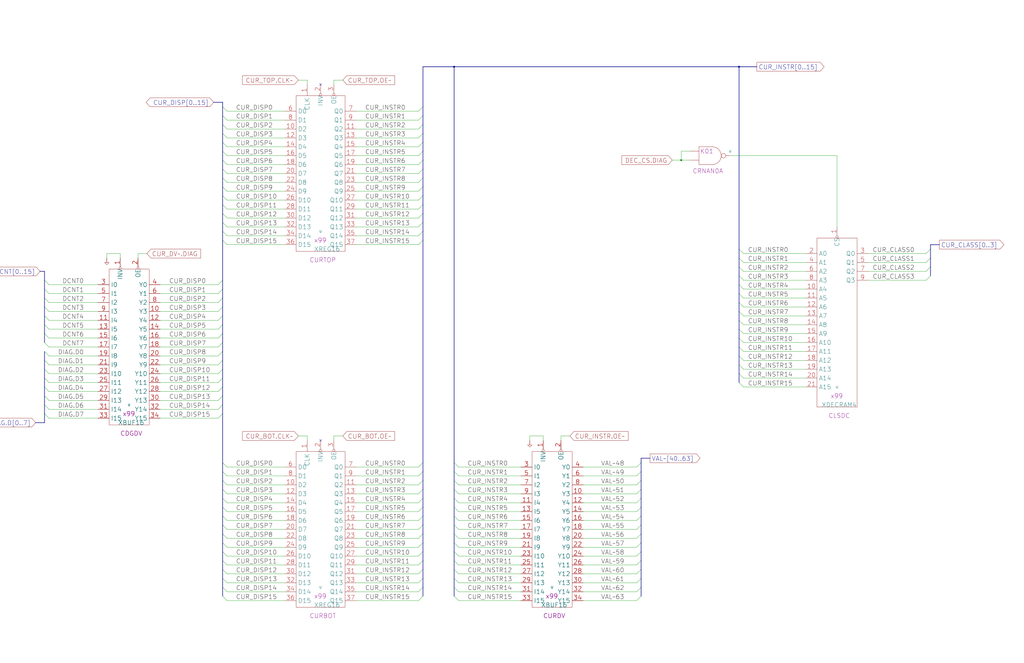
<source format=kicad_sch>
(kicad_sch (version 20220404) (generator eeschema)
  (paper "User" 584.2 378.46)
  (title_block (title "CURRENT MACRO INSTRUCTION") (date "22-MAY-90") (rev "1.0") (comment 1 "SEQUENCER") (comment 2 "232-003064") (comment 3 "S400") (comment 4 "RELEASED"))
  (lib_symbols
    (symbol "r1000:F00" (pin_numbers hide) (pin_names hide)
      (property "Reference" "U" (at 15.24 0 0))
      (property "Value" "F00" (at 1.905 -5.08 0))
      (property "Location" "___" (at 1.905 0 0))
      (property "Name" "______" (at 2.54 -12.7 0))
      (symbol "F00_0_1"
        (polyline (pts (xy -2.54 -7.62) (xy 5.08 -7.62)) (stroke (width 0.1524)))
        (polyline (pts (xy -2.54 2.54) (xy -2.54 -7.62)) (stroke (width 0.1524)))
        (polyline (pts (xy -2.54 2.54) (xy 5.08 2.54)) (stroke (width 0.1524)))
        (arc (start 5.08 -7.62) (mid 10.1282 -2.54) (end 5.08 2.54) (stroke (width 0.1524)))
        (circle (center 11.43 -2.54) (radius 1.27) (stroke (width 0.1524)))
      )
      (symbol "F00_0_2"
        (circle (center -3.81 -5.08) (radius 1.27) (stroke (width 0.1524)))
        (circle (center -3.81 0) (radius 1.27) (stroke (width 0.1524)))
        (arc (start -3.175 -7.62) (mid -2.134 -2.54) (end -3.175 2.54) (stroke (width 0.1524)))
        (polyline (pts (xy -3.175 -7.62) (xy 3.81 -7.62)) (stroke (width 0.1524)))
        (polyline (pts (xy -3.175 2.54) (xy 3.81 2.54)) (stroke (width 0.1524)))
        (arc (start 3.81 -7.62) (mid 7.5855 -5.8306) (end 10.16 -2.54) (stroke (width 0.1524)))
        (arc (start 10.16 -2.54) (mid 7.5827 0.7471) (end 3.81 2.54) (stroke (width 0.1524)))
      )
      (symbol "F00_1_1"
        (pin input line (at -7.62 0 0) (length 5.08) (name "D0") (number "1"))
        (pin input line (at -7.62 -5.08 0) (length 5.08) (name "D1") (number "2"))
        (pin output line (at 15.24 -2.54 180) (length 2.54) (name "Q") (number "3"))
      )
      (symbol "F00_1_2"
        (pin input line (at -7.62 0 0) (length 2.54) (name "D0") (number "1"))
        (pin input line (at -7.62 -5.08 0) (length 2.54) (name "D1") (number "2"))
        (pin output line (at 15.24 -2.54 180) (length 5.08) (name "Q") (number "3"))
      )
    )
    (symbol "r1000:PD" (power) (pin_numbers hide) (pin_names hide) (in_bom no)
      (symbol "PD_0_1"
        (polyline (pts (xy 0 -2.54) (xy 1.27 -2.54) (xy 0 -3.81) (xy -1.27 -2.54) (xy 0 -2.54)) (stroke (width 0.1524)))
      )
      (symbol "PD_1_1"
        (pin power_in line (at 0 0 270) (length 2.54) (name "PD") (number "1"))
      )
    )
    (symbol "r1000:XBUF16" (pin_names (offset 1.016))
      (property "Reference" "U" (at 2.54 5.08 0))
      (property "Value" "XBUF16" (at -3.81 -5.08 0))
      (property "Location" "___" (at -1.27 0 0))
      (property "Name" "______" (at 3.81 -12.7 0))
      (symbol "XBUF16_1_1"
        (rectangle (start -8.89 82.55) (end 13.97 -6.35))
        (circle (center -2.54 83.185) (radius 0.635))
        (circle (center 7.62 83.185) (radius 0.635))
        (pin input line (at -2.54 88.9 270) (length 5.08) (name "INV") (number "1"))
        (pin tri_state line (at 20.32 58.42 180) (length 6.35) (name "Y3") (number "10"))
        (pin input line (at -15.24 53.34 0) (length 6.35) (name "I4") (number "11"))
        (pin tri_state line (at 20.32 53.34 180) (length 6.35) (name "Y4") (number "12"))
        (pin input line (at -15.24 48.26 0) (length 6.35) (name "I5") (number "13"))
        (pin tri_state line (at 20.32 48.26 180) (length 6.35) (name "Y5") (number "14"))
        (pin input line (at -15.24 43.18 0) (length 6.35) (name "I6") (number "15"))
        (pin tri_state line (at 20.32 43.18 180) (length 6.35) (name "Y6") (number "16"))
        (pin input line (at -15.24 38.1 0) (length 6.35) (name "I7") (number "17"))
        (pin tri_state line (at 20.32 38.1 180) (length 6.35) (name "Y7") (number "18"))
        (pin input line (at -15.24 33.02 0) (length 6.35) (name "I8") (number "19"))
        (pin input line (at 7.62 88.9 270) (length 5.08) (name "OE") (number "2"))
        (pin tri_state line (at 20.32 33.02 180) (length 6.35) (name "Y8") (number "20"))
        (pin input line (at -15.24 27.94 0) (length 6.35) (name "I9") (number "21"))
        (pin tri_state line (at 20.32 27.94 180) (length 6.35) (name "Y9") (number "22"))
        (pin input line (at -15.24 22.86 0) (length 6.35) (name "I10") (number "23"))
        (pin tri_state line (at 20.32 22.86 180) (length 6.35) (name "Y10") (number "24"))
        (pin input line (at -15.24 17.78 0) (length 6.35) (name "I11") (number "25"))
        (pin tri_state line (at 20.32 17.78 180) (length 6.35) (name "Y11") (number "26"))
        (pin input line (at -15.24 12.7 0) (length 6.35) (name "I12") (number "27"))
        (pin tri_state line (at 20.32 12.7 180) (length 6.35) (name "Y12") (number "28"))
        (pin input line (at -15.24 7.62 0) (length 6.35) (name "I13") (number "29"))
        (pin input line (at -15.24 73.66 0) (length 6.35) (name "I0") (number "3"))
        (pin tri_state line (at 20.32 7.62 180) (length 6.35) (name "Y13") (number "30"))
        (pin input line (at -15.24 2.54 0) (length 6.35) (name "I14") (number "31"))
        (pin tri_state line (at 20.32 2.54 180) (length 6.35) (name "Y14") (number "32"))
        (pin input line (at -15.24 -2.54 0) (length 6.35) (name "I15") (number "33"))
        (pin tri_state line (at 20.32 -2.54 180) (length 6.35) (name "Y15") (number "34"))
        (pin tri_state line (at 20.32 73.66 180) (length 6.35) (name "Y0") (number "4"))
        (pin input line (at -15.24 68.58 0) (length 6.35) (name "I1") (number "5"))
        (pin tri_state line (at 20.32 68.58 180) (length 6.35) (name "Y1") (number "6"))
        (pin input line (at -15.24 63.5 0) (length 6.35) (name "I2") (number "7"))
        (pin tri_state line (at 20.32 63.5 180) (length 6.35) (name "Y2") (number "8"))
        (pin input line (at -15.24 58.42 0) (length 6.35) (name "I3") (number "9"))
      )
    )
    (symbol "r1000:XDECRAM4" (pin_names (offset 1.016))
      (property "Reference" "U" (at 2.54 5.08 0))
      (property "Value" "XDECRAM4" (at -6.35 -5.08 0))
      (property "Location" "___" (at -1.27 0 0))
      (property "Name" "______" (at 3.81 -12.7 0))
      (symbol "XDECRAM4_1_1"
        (rectangle (start -8.89 90.17) (end 13.97 -6.35))
        (circle (center 2.54 90.805) (radius 0.635))
        (pin input line (at 2.54 96.52 270) (length 5.08) (name "CS") (number "1"))
        (pin input line (at -15.24 60.96 0) (length 6.35) (name "A4") (number "10"))
        (pin input line (at -15.24 55.88 0) (length 6.35) (name "A5") (number "11"))
        (pin input line (at -15.24 50.8 0) (length 6.35) (name "A6") (number "12"))
        (pin input line (at -15.24 45.72 0) (length 6.35) (name "A7") (number "13"))
        (pin input line (at -15.24 40.64 0) (length 6.35) (name "A8") (number "14"))
        (pin input line (at -15.24 35.56 0) (length 6.35) (name "A9") (number "15"))
        (pin input line (at -15.24 30.48 0) (length 6.35) (name "A10") (number "16"))
        (pin input line (at -15.24 25.4 0) (length 6.35) (name "A11") (number "17"))
        (pin input line (at -15.24 20.32 0) (length 6.35) (name "A12") (number "18"))
        (pin input line (at -15.24 15.24 0) (length 6.35) (name "A13") (number "19"))
        (pin input line (at -15.24 81.28 0) (length 6.35) (name "A0") (number "2"))
        (pin input line (at -15.24 10.16 0) (length 6.35) (name "A14") (number "20"))
        (pin input line (at -15.24 5.08 0) (length 6.35) (name "A15") (number "21"))
        (pin output line (at 20.32 81.28 180) (length 6.35) (name "Q0") (number "3"))
        (pin input line (at -15.24 76.2 0) (length 6.35) (name "A1") (number "4"))
        (pin output line (at 20.32 76.2 180) (length 6.35) (name "Q1") (number "5"))
        (pin input line (at -15.24 71.12 0) (length 6.35) (name "A2") (number "6"))
        (pin output line (at 20.32 71.12 180) (length 6.35) (name "Q2") (number "7"))
        (pin input line (at -15.24 66.04 0) (length 6.35) (name "A3") (number "8"))
        (pin output line (at 20.32 66.04 180) (length 6.35) (name "Q3") (number "9"))
      )
    )
    (symbol "r1000:XREG16" (pin_names (offset 1.016))
      (property "Reference" "U" (at 2.54 5.08 0))
      (property "Value" "XREG16" (at -1.27 -5.08 0))
      (property "Location" "___" (at -1.27 0 0))
      (property "Name" "______" (at 3.81 -12.7 0))
      (symbol "XREG16_1_1"
        (rectangle (start -11.43 82.55) (end 16.51 -6.35))
        (circle (center 2.54 83.185) (radius 0.635))
        (circle (center 10.16 83.185) (radius 0.635))
        (pin input line (at -5.08 88.9 270) (length 6.35) (name "CLK") (number "1"))
        (pin input line (at -17.78 63.5 0) (length 6.35) (name "D2") (number "10"))
        (pin tri_state line (at 22.86 63.5 180) (length 6.35) (name "Q2") (number "11"))
        (pin input line (at -17.78 58.42 0) (length 6.35) (name "D3") (number "12"))
        (pin tri_state line (at 22.86 58.42 180) (length 6.35) (name "Q3") (number "13"))
        (pin input line (at -17.78 53.34 0) (length 6.35) (name "D4") (number "14"))
        (pin tri_state line (at 22.86 53.34 180) (length 6.35) (name "Q4") (number "15"))
        (pin input line (at -17.78 48.26 0) (length 6.35) (name "D5") (number "16"))
        (pin tri_state line (at 22.86 48.26 180) (length 6.35) (name "Q5") (number "17"))
        (pin input line (at -17.78 43.18 0) (length 6.35) (name "D6") (number "18"))
        (pin tri_state line (at 22.86 43.18 180) (length 6.35) (name "Q6") (number "19"))
        (pin input line (at 2.54 88.9 270) (length 5.08) (name "INV") (number "2"))
        (pin input line (at -17.78 38.1 0) (length 6.35) (name "D7") (number "20"))
        (pin tri_state line (at 22.86 38.1 180) (length 6.35) (name "Q7") (number "21"))
        (pin input line (at -17.78 33.02 0) (length 6.35) (name "D8") (number "22"))
        (pin tri_state line (at 22.86 33.02 180) (length 6.35) (name "Q8") (number "23"))
        (pin input line (at -17.78 27.94 0) (length 6.35) (name "D9") (number "24"))
        (pin tri_state line (at 22.86 27.94 180) (length 6.35) (name "Q9") (number "25"))
        (pin input line (at -17.78 22.86 0) (length 6.35) (name "D10") (number "26"))
        (pin tri_state line (at 22.86 22.86 180) (length 6.35) (name "Q10") (number "27"))
        (pin input line (at -17.78 17.78 0) (length 6.35) (name "D11") (number "28"))
        (pin tri_state line (at 22.86 17.78 180) (length 6.35) (name "Q11") (number "29"))
        (pin input line (at 10.16 88.9 270) (length 5.08) (name "OE") (number "3"))
        (pin input line (at -17.78 12.7 0) (length 6.35) (name "D12") (number "30"))
        (pin tri_state line (at 22.86 12.7 180) (length 6.35) (name "Q12") (number "31"))
        (pin input line (at -17.78 7.62 0) (length 6.35) (name "D13") (number "32"))
        (pin tri_state line (at 22.86 7.62 180) (length 6.35) (name "Q13") (number "33"))
        (pin input line (at -17.78 2.54 0) (length 6.35) (name "D14") (number "34"))
        (pin tri_state line (at 22.86 2.54 180) (length 6.35) (name "Q14") (number "35"))
        (pin input line (at -17.78 -2.54 0) (length 6.35) (name "D15") (number "36"))
        (pin tri_state line (at 22.86 -2.54 180) (length 6.35) (name "Q15") (number "37"))
        (pin input line (at -17.78 73.66 0) (length 6.35) (name "D0") (number "6"))
        (pin tri_state line (at 22.86 73.66 180) (length 6.35) (name "Q0") (number "7"))
        (pin input line (at -17.78 68.58 0) (length 6.35) (name "D1") (number "8"))
        (pin tri_state line (at 22.86 68.58 180) (length 6.35) (name "Q1") (number "9"))
      )
    )
  )
  (junction (at 259.08 38.1))
  (junction (at 388.62 91.44))
  (junction (at 421.64 38.1))
  (no_connect (at 182.88 48.26))
  (no_connect (at 182.88 251.46))
  (bus_entry (at 127 116.84) (size 2.54 2.54))
  (bus_entry (at 421.64 208.28) (size 2.54 2.54))
  (bus_entry (at 241.3 289.56) (size -2.54 2.54))
  (bus_entry (at 530.86 147.32) (size -2.54 2.54))
  (bus_entry (at 25.4 175.26) (size 2.54 2.54))
  (bus_entry (at 241.3 299.72) (size -2.54 2.54))
  (bus_entry (at 421.64 157.48) (size 2.54 2.54))
  (bus_entry (at 25.4 195.58) (size 2.54 2.54))
  (bus_entry (at 530.86 157.48) (size -2.54 2.54))
  (bus_entry (at 25.4 165.1) (size 2.54 2.54))
  (bus_entry (at 25.4 160.02) (size 2.54 2.54))
  (bus_entry (at 421.64 193.04) (size 2.54 2.54))
  (bus_entry (at 365.76 284.48) (size -2.54 2.54))
  (bus_entry (at 127 76.2) (size 2.54 2.54))
  (bus_entry (at 127 330.2) (size 2.54 2.54))
  (bus_entry (at 259.08 330.2) (size 2.54 2.54))
  (bus_entry (at 530.86 152.4) (size -2.54 2.54))
  (bus_entry (at 25.4 231.14) (size 2.54 2.54))
  (bus_entry (at 127 165.1) (size -2.54 2.54))
  (bus_entry (at 127 170.18) (size -2.54 2.54))
  (bus_entry (at 127 325.12) (size 2.54 2.54))
  (bus_entry (at 127 299.72) (size 2.54 2.54))
  (bus_entry (at 241.3 284.48) (size -2.54 2.54))
  (bus_entry (at 241.3 76.2) (size -2.54 2.54))
  (bus_entry (at 127 81.28) (size 2.54 2.54))
  (bus_entry (at 259.08 264.16) (size 2.54 2.54))
  (bus_entry (at 365.76 269.24) (size -2.54 2.54))
  (bus_entry (at 241.3 325.12) (size -2.54 2.54))
  (bus_entry (at 127 66.04) (size 2.54 2.54))
  (bus_entry (at 259.08 294.64) (size 2.54 2.54))
  (bus_entry (at 259.08 279.4) (size 2.54 2.54))
  (bus_entry (at 25.4 185.42) (size 2.54 2.54))
  (bus_entry (at 421.64 198.12) (size 2.54 2.54))
  (bus_entry (at 127 86.36) (size 2.54 2.54))
  (bus_entry (at 421.64 167.64) (size 2.54 2.54))
  (bus_entry (at 421.64 182.88) (size 2.54 2.54))
  (bus_entry (at 365.76 309.88) (size -2.54 2.54))
  (bus_entry (at 127 71.12) (size 2.54 2.54))
  (bus_entry (at 127 264.16) (size 2.54 2.54))
  (bus_entry (at 127 190.5) (size -2.54 2.54))
  (bus_entry (at 421.64 218.44) (size 2.54 2.54))
  (bus_entry (at 241.3 106.68) (size -2.54 2.54))
  (bus_entry (at 241.3 335.28) (size -2.54 2.54))
  (bus_entry (at 365.76 320.04) (size -2.54 2.54))
  (bus_entry (at 241.3 340.36) (size -2.54 2.54))
  (bus_entry (at 25.4 180.34) (size 2.54 2.54))
  (bus_entry (at 127 304.8) (size 2.54 2.54))
  (bus_entry (at 421.64 187.96) (size 2.54 2.54))
  (bus_entry (at 241.3 91.44) (size -2.54 2.54))
  (bus_entry (at 25.4 190.5) (size 2.54 2.54))
  (bus_entry (at 127 127) (size 2.54 2.54))
  (bus_entry (at 241.3 60.96) (size -2.54 2.54))
  (bus_entry (at 365.76 304.8) (size -2.54 2.54))
  (bus_entry (at 241.3 96.52) (size -2.54 2.54))
  (bus_entry (at 259.08 309.88) (size 2.54 2.54))
  (bus_entry (at 127 185.42) (size -2.54 2.54))
  (bus_entry (at 241.3 314.96) (size -2.54 2.54))
  (bus_entry (at 241.3 132.08) (size -2.54 2.54))
  (bus_entry (at 421.64 203.2) (size 2.54 2.54))
  (bus_entry (at 241.3 294.64) (size -2.54 2.54))
  (bus_entry (at 241.3 320.04) (size -2.54 2.54))
  (bus_entry (at 421.64 177.8) (size 2.54 2.54))
  (bus_entry (at 127 205.74) (size -2.54 2.54))
  (bus_entry (at 259.08 314.96) (size 2.54 2.54))
  (bus_entry (at 421.64 152.4) (size 2.54 2.54))
  (bus_entry (at 127 269.24) (size 2.54 2.54))
  (bus_entry (at 127 160.02) (size -2.54 2.54))
  (bus_entry (at 259.08 284.48) (size 2.54 2.54))
  (bus_entry (at 127 279.4) (size 2.54 2.54))
  (bus_entry (at 127 111.76) (size 2.54 2.54))
  (bus_entry (at 259.08 335.28) (size 2.54 2.54))
  (bus_entry (at 127 274.32) (size 2.54 2.54))
  (bus_entry (at 241.3 81.28) (size -2.54 2.54))
  (bus_entry (at 241.3 116.84) (size -2.54 2.54))
  (bus_entry (at 259.08 299.72) (size 2.54 2.54))
  (bus_entry (at 241.3 274.32) (size -2.54 2.54))
  (bus_entry (at 365.76 299.72) (size -2.54 2.54))
  (bus_entry (at 241.3 304.8) (size -2.54 2.54))
  (bus_entry (at 259.08 269.24) (size 2.54 2.54))
  (bus_entry (at 127 96.52) (size 2.54 2.54))
  (bus_entry (at 530.86 142.24) (size -2.54 2.54))
  (bus_entry (at 25.4 226.06) (size 2.54 2.54))
  (bus_entry (at 365.76 279.4) (size -2.54 2.54))
  (bus_entry (at 127 294.64) (size 2.54 2.54))
  (bus_entry (at 127 289.56) (size 2.54 2.54))
  (bus_entry (at 241.3 127) (size -2.54 2.54))
  (bus_entry (at 259.08 320.04) (size 2.54 2.54))
  (bus_entry (at 421.64 162.56) (size 2.54 2.54))
  (bus_entry (at 25.4 236.22) (size 2.54 2.54))
  (bus_entry (at 259.08 304.8) (size 2.54 2.54))
  (bus_entry (at 421.64 172.72) (size 2.54 2.54))
  (bus_entry (at 127 309.88) (size 2.54 2.54))
  (bus_entry (at 25.4 170.18) (size 2.54 2.54))
  (bus_entry (at 127 236.22) (size -2.54 2.54))
  (bus_entry (at 241.3 264.16) (size -2.54 2.54))
  (bus_entry (at 421.64 147.32) (size 2.54 2.54))
  (bus_entry (at 365.76 289.56) (size -2.54 2.54))
  (bus_entry (at 365.76 314.96) (size -2.54 2.54))
  (bus_entry (at 127 180.34) (size -2.54 2.54))
  (bus_entry (at 259.08 340.36) (size 2.54 2.54))
  (bus_entry (at 365.76 335.28) (size -2.54 2.54))
  (bus_entry (at 421.64 142.24) (size 2.54 2.54))
  (bus_entry (at 241.3 86.36) (size -2.54 2.54))
  (bus_entry (at 365.76 330.2) (size -2.54 2.54))
  (bus_entry (at 127 195.58) (size -2.54 2.54))
  (bus_entry (at 241.3 101.6) (size -2.54 2.54))
  (bus_entry (at 241.3 309.88) (size -2.54 2.54))
  (bus_entry (at 127 320.04) (size 2.54 2.54))
  (bus_entry (at 127 60.96) (size 2.54 2.54))
  (bus_entry (at 259.08 274.32) (size 2.54 2.54))
  (bus_entry (at 421.64 213.36) (size 2.54 2.54))
  (bus_entry (at 241.3 269.24) (size -2.54 2.54))
  (bus_entry (at 241.3 279.4) (size -2.54 2.54))
  (bus_entry (at 127 106.68) (size 2.54 2.54))
  (bus_entry (at 241.3 111.76) (size -2.54 2.54))
  (bus_entry (at 127 314.96) (size 2.54 2.54))
  (bus_entry (at 127 101.6) (size 2.54 2.54))
  (bus_entry (at 241.3 330.2) (size -2.54 2.54))
  (bus_entry (at 127 226.06) (size -2.54 2.54))
  (bus_entry (at 365.76 340.36) (size -2.54 2.54))
  (bus_entry (at 127 91.44) (size 2.54 2.54))
  (bus_entry (at 25.4 210.82) (size 2.54 2.54))
  (bus_entry (at 241.3 137.16) (size -2.54 2.54))
  (bus_entry (at 127 137.16) (size 2.54 2.54))
  (bus_entry (at 25.4 205.74) (size 2.54 2.54))
  (bus_entry (at 127 215.9) (size -2.54 2.54))
  (bus_entry (at 259.08 325.12) (size 2.54 2.54))
  (bus_entry (at 127 132.08) (size 2.54 2.54))
  (bus_entry (at 127 220.98) (size -2.54 2.54))
  (bus_entry (at 365.76 264.16) (size -2.54 2.54))
  (bus_entry (at 365.76 274.32) (size -2.54 2.54))
  (bus_entry (at 127 121.92) (size 2.54 2.54))
  (bus_entry (at 127 231.14) (size -2.54 2.54))
  (bus_entry (at 127 200.66) (size -2.54 2.54))
  (bus_entry (at 241.3 71.12) (size -2.54 2.54))
  (bus_entry (at 241.3 121.92) (size -2.54 2.54))
  (bus_entry (at 127 284.48) (size 2.54 2.54))
  (bus_entry (at 127 335.28) (size 2.54 2.54))
  (bus_entry (at 25.4 200.66) (size 2.54 2.54))
  (bus_entry (at 365.76 325.12) (size -2.54 2.54))
  (bus_entry (at 241.3 66.04) (size -2.54 2.54))
  (bus_entry (at 25.4 220.98) (size 2.54 2.54))
  (bus_entry (at 259.08 289.56) (size 2.54 2.54))
  (bus_entry (at 127 340.36) (size 2.54 2.54))
  (bus_entry (at 365.76 294.64) (size -2.54 2.54))
  (bus_entry (at 127 210.82) (size -2.54 2.54))
  (bus_entry (at 25.4 215.9) (size 2.54 2.54))
  (bus_entry (at 127 175.26) (size -2.54 2.54))
  (wire (pts (xy 129.54 337.82) (xy 162.56 337.82)))
  (bus (pts (xy 421.64 203.2) (xy 421.64 208.28)))
  (bus (pts (xy 127 170.18) (xy 127 175.26)))
  (bus (pts (xy 365.76 325.12) (xy 365.76 330.2)))
  (wire (pts (xy 495.3 144.78) (xy 528.32 144.78)))
  (bus (pts (xy 259.08 38.1) (xy 241.3 38.1)))
  (wire (pts (xy 124.46 203.2) (xy 91.44 203.2)))
  (wire (pts (xy 129.54 312.42) (xy 162.56 312.42)))
  (bus (pts (xy 25.4 154.94) (xy 25.4 160.02)))
  (wire (pts (xy 124.46 228.6) (xy 91.44 228.6)))
  (wire (pts (xy 203.2 266.7) (xy 238.76 266.7)))
  (wire (pts (xy 424.18 180.34) (xy 459.74 180.34)))
  (wire (pts (xy 129.54 281.94) (xy 162.56 281.94)))
  (bus (pts (xy 365.76 284.48) (xy 365.76 289.56)))
  (bus (pts (xy 25.4 190.5) (xy 25.4 195.58)))
  (wire (pts (xy 129.54 114.3) (xy 162.56 114.3)))
  (wire (pts (xy 332.74 302.26) (xy 363.22 302.26)))
  (wire (pts (xy 332.74 327.66) (xy 363.22 327.66)))
  (wire (pts (xy 297.18 322.58) (xy 261.62 322.58)))
  (wire (pts (xy 424.18 205.74) (xy 459.74 205.74)))
  (wire (pts (xy 124.46 198.12) (xy 91.44 198.12)))
  (wire (pts (xy 297.18 297.18) (xy 261.62 297.18)))
  (wire (pts (xy 332.74 287.02) (xy 363.22 287.02)))
  (wire (pts (xy 203.2 271.78) (xy 238.76 271.78)))
  (bus (pts (xy 259.08 320.04) (xy 259.08 325.12)))
  (wire (pts (xy 27.94 208.28) (xy 55.88 208.28)))
  (wire (pts (xy 129.54 342.9) (xy 162.56 342.9)))
  (wire (pts (xy 297.18 312.42) (xy 261.62 312.42)))
  (wire (pts (xy 302.26 251.46) (xy 302.26 248.92)))
  (wire (pts (xy 129.54 332.74) (xy 162.56 332.74)))
  (bus (pts (xy 241.3 294.64) (xy 241.3 299.72)))
  (wire (pts (xy 27.94 203.2) (xy 55.88 203.2)))
  (bus (pts (xy 127 58.42) (xy 127 60.96)))
  (wire (pts (xy 27.94 223.52) (xy 55.88 223.52)))
  (wire (pts (xy 203.2 104.14) (xy 238.76 104.14)))
  (bus (pts (xy 127 165.1) (xy 127 170.18)))
  (bus (pts (xy 259.08 325.12) (xy 259.08 330.2)))
  (wire (pts (xy 495.3 160.02) (xy 528.32 160.02)))
  (bus (pts (xy 259.08 269.24) (xy 259.08 274.32)))
  (bus (pts (xy 421.64 152.4) (xy 421.64 157.48)))
  (wire (pts (xy 124.46 213.36) (xy 91.44 213.36)))
  (bus (pts (xy 241.3 309.88) (xy 241.3 314.96)))
  (bus (pts (xy 127 226.06) (xy 127 231.14)))
  (wire (pts (xy 170.18 248.92) (xy 175.26 248.92)))
  (wire (pts (xy 477.52 88.9) (xy 477.52 129.54)))
  (bus (pts (xy 365.76 309.88) (xy 365.76 314.96)))
  (bus (pts (xy 25.4 205.74) (xy 25.4 210.82)))
  (bus (pts (xy 241.3 127) (xy 241.3 132.08)))
  (wire (pts (xy 297.18 307.34) (xy 261.62 307.34)))
  (bus (pts (xy 241.3 101.6) (xy 241.3 106.68)))
  (wire (pts (xy 203.2 88.9) (xy 238.76 88.9)))
  (bus (pts (xy 127 185.42) (xy 127 190.5)))
  (bus (pts (xy 241.3 81.28) (xy 241.3 86.36)))
  (bus (pts (xy 127 304.8) (xy 127 309.88)))
  (wire (pts (xy 68.58 144.78) (xy 68.58 147.32)))
  (bus (pts (xy 127 96.52) (xy 127 101.6)))
  (bus (pts (xy 127 320.04) (xy 127 325.12)))
  (wire (pts (xy 424.18 160.02) (xy 459.74 160.02)))
  (wire (pts (xy 190.5 45.72) (xy 190.5 48.26)))
  (bus (pts (xy 241.3 330.2) (xy 241.3 335.28)))
  (wire (pts (xy 332.74 281.94) (xy 363.22 281.94)))
  (bus (pts (xy 127 314.96) (xy 127 320.04)))
  (bus (pts (xy 127 132.08) (xy 127 137.16)))
  (bus (pts (xy 22.86 154.94) (xy 25.4 154.94)))
  (wire (pts (xy 27.94 167.64) (xy 55.88 167.64)))
  (wire (pts (xy 203.2 93.98) (xy 238.76 93.98)))
  (bus (pts (xy 259.08 304.8) (xy 259.08 309.88)))
  (wire (pts (xy 27.94 187.96) (xy 55.88 187.96)))
  (wire (pts (xy 297.18 302.26) (xy 261.62 302.26)))
  (wire (pts (xy 175.26 248.92) (xy 175.26 251.46)))
  (bus (pts (xy 259.08 294.64) (xy 259.08 299.72)))
  (bus (pts (xy 127 309.88) (xy 127 314.96)))
  (wire (pts (xy 203.2 119.38) (xy 238.76 119.38)))
  (wire (pts (xy 332.74 337.82) (xy 363.22 337.82)))
  (wire (pts (xy 203.2 342.9) (xy 238.76 342.9)))
  (wire (pts (xy 203.2 327.66) (xy 238.76 327.66)))
  (bus (pts (xy 127 215.9) (xy 127 220.98)))
  (bus (pts (xy 241.3 76.2) (xy 241.3 81.28)))
  (wire (pts (xy 332.74 276.86) (xy 363.22 276.86)))
  (bus (pts (xy 25.4 180.34) (xy 25.4 185.42)))
  (bus (pts (xy 127 269.24) (xy 127 274.32)))
  (bus (pts (xy 365.76 261.62) (xy 370.84 261.62)))
  (bus (pts (xy 25.4 170.18) (xy 25.4 175.26)))
  (bus (pts (xy 241.3 304.8) (xy 241.3 309.88)))
  (wire (pts (xy 129.54 73.66) (xy 162.56 73.66)))
  (bus (pts (xy 25.4 226.06) (xy 25.4 231.14)))
  (bus (pts (xy 421.64 208.28) (xy 421.64 213.36)))
  (wire (pts (xy 129.54 297.18) (xy 162.56 297.18)))
  (wire (pts (xy 203.2 124.46) (xy 238.76 124.46)))
  (bus (pts (xy 127 220.98) (xy 127 226.06)))
  (wire (pts (xy 175.26 45.72) (xy 175.26 48.26)))
  (wire (pts (xy 495.3 149.86) (xy 528.32 149.86)))
  (wire (pts (xy 424.18 170.18) (xy 459.74 170.18)))
  (wire (pts (xy 203.2 297.18) (xy 238.76 297.18)))
  (wire (pts (xy 129.54 302.26) (xy 162.56 302.26)))
  (bus (pts (xy 421.64 38.1) (xy 421.64 142.24)))
  (wire (pts (xy 124.46 177.8) (xy 91.44 177.8)))
  (bus (pts (xy 25.4 210.82) (xy 25.4 215.9)))
  (bus (pts (xy 421.64 213.36) (xy 421.64 218.44)))
  (wire (pts (xy 203.2 73.66) (xy 238.76 73.66)))
  (bus (pts (xy 127 299.72) (xy 127 304.8)))
  (wire (pts (xy 424.18 195.58) (xy 459.74 195.58)))
  (wire (pts (xy 203.2 287.02) (xy 238.76 287.02)))
  (wire (pts (xy 124.46 182.88) (xy 91.44 182.88)))
  (wire (pts (xy 129.54 317.5) (xy 162.56 317.5)))
  (wire (pts (xy 27.94 198.12) (xy 55.88 198.12)))
  (bus (pts (xy 259.08 335.28) (xy 259.08 340.36)))
  (bus (pts (xy 127 101.6) (xy 127 106.68)))
  (wire (pts (xy 129.54 266.7) (xy 162.56 266.7)))
  (bus (pts (xy 421.64 162.56) (xy 421.64 167.64)))
  (wire (pts (xy 203.2 139.7) (xy 238.76 139.7)))
  (bus (pts (xy 25.4 165.1) (xy 25.4 170.18)))
  (bus (pts (xy 259.08 264.16) (xy 259.08 269.24)))
  (bus (pts (xy 127 264.16) (xy 127 269.24)))
  (bus (pts (xy 127 210.82) (xy 127 215.9)))
  (bus (pts (xy 365.76 314.96) (xy 365.76 320.04)))
  (bus (pts (xy 127 76.2) (xy 127 81.28)))
  (wire (pts (xy 129.54 68.58) (xy 162.56 68.58)))
  (wire (pts (xy 332.74 297.18) (xy 363.22 297.18)))
  (wire (pts (xy 424.18 220.98) (xy 459.74 220.98)))
  (wire (pts (xy 424.18 175.26) (xy 459.74 175.26)))
  (wire (pts (xy 332.74 317.5) (xy 363.22 317.5)))
  (wire (pts (xy 129.54 276.86) (xy 162.56 276.86)))
  (bus (pts (xy 127 325.12) (xy 127 330.2)))
  (bus (pts (xy 421.64 187.96) (xy 421.64 193.04)))
  (wire (pts (xy 124.46 172.72) (xy 91.44 172.72)))
  (bus (pts (xy 259.08 314.96) (xy 259.08 320.04)))
  (bus (pts (xy 25.4 220.98) (xy 25.4 226.06)))
  (wire (pts (xy 332.74 342.9) (xy 363.22 342.9)))
  (wire (pts (xy 297.18 337.82) (xy 261.62 337.82)))
  (wire (pts (xy 297.18 292.1) (xy 261.62 292.1)))
  (wire (pts (xy 124.46 193.04) (xy 91.44 193.04)))
  (wire (pts (xy 27.94 177.8) (xy 55.88 177.8)))
  (bus (pts (xy 241.3 274.32) (xy 241.3 279.4)))
  (bus (pts (xy 365.76 294.64) (xy 365.76 299.72)))
  (wire (pts (xy 124.46 238.76) (xy 91.44 238.76)))
  (bus (pts (xy 127 205.74) (xy 127 210.82)))
  (bus (pts (xy 127 236.22) (xy 127 264.16)))
  (wire (pts (xy 203.2 312.42) (xy 238.76 312.42)))
  (bus (pts (xy 241.3 264.16) (xy 241.3 269.24)))
  (wire (pts (xy 424.18 144.78) (xy 459.74 144.78)))
  (wire (pts (xy 332.74 266.7) (xy 363.22 266.7)))
  (wire (pts (xy 195.58 45.72) (xy 190.5 45.72)))
  (wire (pts (xy 332.74 332.74) (xy 363.22 332.74)))
  (bus (pts (xy 127 294.64) (xy 127 299.72)))
  (bus (pts (xy 25.4 215.9) (xy 25.4 220.98)))
  (bus (pts (xy 127 190.5) (xy 127 195.58)))
  (bus (pts (xy 241.3 284.48) (xy 241.3 289.56)))
  (wire (pts (xy 424.18 154.94) (xy 459.74 154.94)))
  (wire (pts (xy 332.74 312.42) (xy 363.22 312.42)))
  (bus (pts (xy 25.4 185.42) (xy 25.4 190.5)))
  (wire (pts (xy 129.54 322.58) (xy 162.56 322.58)))
  (wire (pts (xy 27.94 162.56) (xy 55.88 162.56)))
  (bus (pts (xy 25.4 236.22) (xy 25.4 241.3)))
  (wire (pts (xy 203.2 292.1) (xy 238.76 292.1)))
  (wire (pts (xy 388.62 91.44) (xy 393.7 91.44)))
  (bus (pts (xy 127 284.48) (xy 127 289.56)))
  (bus (pts (xy 241.3 269.24) (xy 241.3 274.32)))
  (bus (pts (xy 127 106.68) (xy 127 111.76)))
  (wire (pts (xy 416.56 88.9) (xy 477.52 88.9)))
  (bus (pts (xy 241.3 325.12) (xy 241.3 330.2)))
  (wire (pts (xy 203.2 78.74) (xy 238.76 78.74)))
  (bus (pts (xy 421.64 177.8) (xy 421.64 182.88)))
  (wire (pts (xy 203.2 281.94) (xy 238.76 281.94)))
  (wire (pts (xy 203.2 337.82) (xy 238.76 337.82)))
  (wire (pts (xy 27.94 193.04) (xy 55.88 193.04)))
  (wire (pts (xy 297.18 276.86) (xy 261.62 276.86)))
  (wire (pts (xy 129.54 88.9) (xy 162.56 88.9)))
  (wire (pts (xy 203.2 99.06) (xy 238.76 99.06)))
  (wire (pts (xy 129.54 307.34) (xy 162.56 307.34)))
  (wire (pts (xy 124.46 162.56) (xy 91.44 162.56)))
  (bus (pts (xy 259.08 274.32) (xy 259.08 279.4)))
  (bus (pts (xy 365.76 299.72) (xy 365.76 304.8)))
  (bus (pts (xy 127 330.2) (xy 127 335.28)))
  (wire (pts (xy 424.18 215.9) (xy 459.74 215.9)))
  (wire (pts (xy 27.94 213.36) (xy 55.88 213.36)))
  (bus (pts (xy 365.76 261.62) (xy 365.76 264.16)))
  (wire (pts (xy 203.2 317.5) (xy 238.76 317.5)))
  (bus (pts (xy 259.08 38.1) (xy 421.64 38.1)))
  (bus (pts (xy 241.3 111.76) (xy 241.3 116.84)))
  (bus (pts (xy 530.86 147.32) (xy 530.86 152.4)))
  (wire (pts (xy 297.18 281.94) (xy 261.62 281.94)))
  (bus (pts (xy 121.92 58.42) (xy 127 58.42)))
  (wire (pts (xy 325.12 248.92) (xy 320.04 248.92)))
  (bus (pts (xy 241.3 66.04) (xy 241.3 71.12)))
  (wire (pts (xy 83.82 144.78) (xy 78.74 144.78)))
  (bus (pts (xy 421.64 172.72) (xy 421.64 177.8)))
  (wire (pts (xy 129.54 134.62) (xy 162.56 134.62)))
  (wire (pts (xy 297.18 327.66) (xy 261.62 327.66)))
  (bus (pts (xy 25.4 231.14) (xy 25.4 236.22)))
  (wire (pts (xy 297.18 287.02) (xy 261.62 287.02)))
  (bus (pts (xy 530.86 152.4) (xy 530.86 157.48)))
  (bus (pts (xy 25.4 200.66) (xy 25.4 205.74)))
  (wire (pts (xy 129.54 124.46) (xy 162.56 124.46)))
  (wire (pts (xy 129.54 129.54) (xy 162.56 129.54)))
  (wire (pts (xy 129.54 327.66) (xy 162.56 327.66)))
  (bus (pts (xy 241.3 314.96) (xy 241.3 320.04)))
  (wire (pts (xy 129.54 78.74) (xy 162.56 78.74)))
  (bus (pts (xy 127 335.28) (xy 127 340.36)))
  (bus (pts (xy 127 111.76) (xy 127 116.84)))
  (bus (pts (xy 241.3 335.28) (xy 241.3 340.36)))
  (wire (pts (xy 203.2 129.54) (xy 238.76 129.54)))
  (bus (pts (xy 127 274.32) (xy 127 279.4)))
  (wire (pts (xy 332.74 292.1) (xy 363.22 292.1)))
  (bus (pts (xy 421.64 193.04) (xy 421.64 198.12)))
  (bus (pts (xy 127 200.66) (xy 127 205.74)))
  (wire (pts (xy 203.2 322.58) (xy 238.76 322.58)))
  (bus (pts (xy 241.3 121.92) (xy 241.3 127)))
  (bus (pts (xy 421.64 198.12) (xy 421.64 203.2)))
  (wire (pts (xy 60.96 147.32) (xy 60.96 144.78)))
  (wire (pts (xy 424.18 165.1) (xy 459.74 165.1)))
  (bus (pts (xy 530.86 139.7) (xy 535.94 139.7)))
  (wire (pts (xy 129.54 109.22) (xy 162.56 109.22)))
  (bus (pts (xy 421.64 38.1) (xy 431.8 38.1)))
  (bus (pts (xy 127 127) (xy 127 132.08)))
  (wire (pts (xy 383.54 91.44) (xy 388.62 91.44)))
  (bus (pts (xy 421.64 182.88) (xy 421.64 187.96)))
  (bus (pts (xy 365.76 304.8) (xy 365.76 309.88)))
  (bus (pts (xy 127 180.34) (xy 127 185.42)))
  (wire (pts (xy 297.18 271.78) (xy 261.62 271.78)))
  (wire (pts (xy 309.88 248.92) (xy 309.88 251.46)))
  (wire (pts (xy 424.18 210.82) (xy 459.74 210.82)))
  (bus (pts (xy 127 60.96) (xy 127 66.04)))
  (bus (pts (xy 25.4 175.26) (xy 25.4 180.34)))
  (wire (pts (xy 124.46 223.52) (xy 91.44 223.52)))
  (wire (pts (xy 27.94 228.6) (xy 55.88 228.6)))
  (wire (pts (xy 124.46 233.68) (xy 91.44 233.68)))
  (wire (pts (xy 27.94 233.68) (xy 55.88 233.68)))
  (wire (pts (xy 129.54 99.06) (xy 162.56 99.06)))
  (wire (pts (xy 495.3 154.94) (xy 528.32 154.94)))
  (wire (pts (xy 129.54 287.02) (xy 162.56 287.02)))
  (wire (pts (xy 203.2 114.3) (xy 238.76 114.3)))
  (bus (pts (xy 365.76 269.24) (xy 365.76 274.32)))
  (bus (pts (xy 241.3 279.4) (xy 241.3 284.48)))
  (wire (pts (xy 203.2 134.62) (xy 238.76 134.62)))
  (bus (pts (xy 259.08 309.88) (xy 259.08 314.96)))
  (wire (pts (xy 190.5 248.92) (xy 190.5 251.46)))
  (bus (pts (xy 127 279.4) (xy 127 284.48)))
  (bus (pts (xy 421.64 142.24) (xy 421.64 147.32)))
  (bus (pts (xy 127 231.14) (xy 127 236.22)))
  (bus (pts (xy 127 116.84) (xy 127 121.92)))
  (bus (pts (xy 365.76 274.32) (xy 365.76 279.4)))
  (wire (pts (xy 332.74 307.34) (xy 363.22 307.34)))
  (bus (pts (xy 25.4 160.02) (xy 25.4 165.1)))
  (wire (pts (xy 129.54 119.38) (xy 162.56 119.38)))
  (wire (pts (xy 332.74 271.78) (xy 363.22 271.78)))
  (bus (pts (xy 259.08 299.72) (xy 259.08 304.8)))
  (bus (pts (xy 127 289.56) (xy 127 294.64)))
  (wire (pts (xy 124.46 187.96) (xy 91.44 187.96)))
  (wire (pts (xy 203.2 83.82) (xy 238.76 83.82)))
  (wire (pts (xy 129.54 63.5) (xy 162.56 63.5)))
  (bus (pts (xy 365.76 279.4) (xy 365.76 284.48)))
  (wire (pts (xy 320.04 248.92) (xy 320.04 251.46)))
  (wire (pts (xy 424.18 185.42) (xy 459.74 185.42)))
  (wire (pts (xy 393.7 86.36) (xy 388.62 86.36)))
  (bus (pts (xy 241.3 86.36) (xy 241.3 91.44)))
  (bus (pts (xy 127 195.58) (xy 127 200.66)))
  (bus (pts (xy 127 160.02) (xy 127 165.1)))
  (bus (pts (xy 365.76 335.28) (xy 365.76 340.36)))
  (bus (pts (xy 241.3 289.56) (xy 241.3 294.64)))
  (bus (pts (xy 241.3 60.96) (xy 241.3 66.04)))
  (bus (pts (xy 127 121.92) (xy 127 127)))
  (wire (pts (xy 129.54 271.78) (xy 162.56 271.78)))
  (wire (pts (xy 129.54 83.82) (xy 162.56 83.82)))
  (bus (pts (xy 530.86 142.24) (xy 530.86 147.32)))
  (wire (pts (xy 129.54 104.14) (xy 162.56 104.14)))
  (wire (pts (xy 203.2 109.22) (xy 238.76 109.22)))
  (bus (pts (xy 241.3 116.84) (xy 241.3 121.92)))
  (bus (pts (xy 259.08 38.1) (xy 259.08 264.16)))
  (wire (pts (xy 203.2 63.5) (xy 238.76 63.5)))
  (bus (pts (xy 127 66.04) (xy 127 71.12)))
  (wire (pts (xy 424.18 200.66) (xy 459.74 200.66)))
  (wire (pts (xy 302.26 248.92) (xy 309.88 248.92)))
  (bus (pts (xy 365.76 289.56) (xy 365.76 294.64)))
  (bus (pts (xy 421.64 147.32) (xy 421.64 152.4)))
  (bus (pts (xy 127 175.26) (xy 127 180.34)))
  (bus (pts (xy 241.3 132.08) (xy 241.3 137.16)))
  (wire (pts (xy 60.96 144.78) (xy 68.58 144.78)))
  (bus (pts (xy 241.3 299.72) (xy 241.3 304.8)))
  (wire (pts (xy 195.58 248.92) (xy 190.5 248.92)))
  (wire (pts (xy 170.18 45.72) (xy 175.26 45.72)))
  (bus (pts (xy 241.3 320.04) (xy 241.3 325.12)))
  (bus (pts (xy 127 86.36) (xy 127 91.44)))
  (wire (pts (xy 27.94 182.88) (xy 55.88 182.88)))
  (wire (pts (xy 129.54 93.98) (xy 162.56 93.98)))
  (wire (pts (xy 297.18 317.5) (xy 261.62 317.5)))
  (bus (pts (xy 127 137.16) (xy 127 160.02)))
  (bus (pts (xy 241.3 137.16) (xy 241.3 264.16)))
  (wire (pts (xy 129.54 292.1) (xy 162.56 292.1)))
  (wire (pts (xy 124.46 218.44) (xy 91.44 218.44)))
  (wire (pts (xy 129.54 139.7) (xy 162.56 139.7)))
  (bus (pts (xy 365.76 264.16) (xy 365.76 269.24)))
  (bus (pts (xy 127 71.12) (xy 127 76.2)))
  (wire (pts (xy 203.2 276.86) (xy 238.76 276.86)))
  (bus (pts (xy 241.3 38.1) (xy 241.3 60.96)))
  (wire (pts (xy 424.18 149.86) (xy 459.74 149.86)))
  (bus (pts (xy 365.76 320.04) (xy 365.76 325.12)))
  (bus (pts (xy 127 91.44) (xy 127 96.52)))
  (wire (pts (xy 297.18 266.7) (xy 261.62 266.7)))
  (bus (pts (xy 530.86 139.7) (xy 530.86 142.24)))
  (wire (pts (xy 78.74 144.78) (xy 78.74 147.32)))
  (bus (pts (xy 20.32 241.3) (xy 25.4 241.3)))
  (wire (pts (xy 297.18 332.74) (xy 261.62 332.74)))
  (bus (pts (xy 259.08 279.4) (xy 259.08 284.48)))
  (bus (pts (xy 241.3 106.68) (xy 241.3 111.76)))
  (wire (pts (xy 203.2 302.26) (xy 238.76 302.26)))
  (bus (pts (xy 127 81.28) (xy 127 86.36)))
  (bus (pts (xy 259.08 284.48) (xy 259.08 289.56)))
  (bus (pts (xy 241.3 71.12) (xy 241.3 76.2)))
  (bus (pts (xy 259.08 289.56) (xy 259.08 294.64)))
  (wire (pts (xy 297.18 342.9) (xy 261.62 342.9)))
  (wire (pts (xy 203.2 307.34) (xy 238.76 307.34)))
  (wire (pts (xy 27.94 218.44) (xy 55.88 218.44)))
  (wire (pts (xy 124.46 208.28) (xy 91.44 208.28)))
  (wire (pts (xy 424.18 190.5) (xy 459.74 190.5)))
  (wire (pts (xy 27.94 172.72) (xy 55.88 172.72)))
  (bus (pts (xy 241.3 91.44) (xy 241.3 96.52)))
  (bus (pts (xy 421.64 157.48) (xy 421.64 162.56)))
  (bus (pts (xy 365.76 330.2) (xy 365.76 335.28)))
  (wire (pts (xy 203.2 68.58) (xy 238.76 68.58)))
  (bus (pts (xy 241.3 96.52) (xy 241.3 101.6)))
  (wire (pts (xy 332.74 322.58) (xy 363.22 322.58)))
  (wire (pts (xy 388.62 86.36) (xy 388.62 91.44)))
  (wire (pts (xy 203.2 332.74) (xy 238.76 332.74)))
  (wire (pts (xy 124.46 167.64) (xy 91.44 167.64)))
  (bus (pts (xy 259.08 330.2) (xy 259.08 335.28)))
  (bus (pts (xy 421.64 167.64) (xy 421.64 172.72)))
  (wire (pts (xy 27.94 238.76) (xy 55.88 238.76)))
  (label "CUR_INSTR4" (at 266.7 287.02 0) (effects (font (size 2.54 2.54))))
  (label "CUR_DISP5" (at 134.62 292.1 0) (effects (font (size 2.54 2.54))))
  (label "DIAG.D2" (at 33.02 213.36 0) (effects (font (size 2.54 2.54))))
  (label "CUR_DISP9" (at 134.62 312.42 0) (effects (font (size 2.54 2.54))))
  (label "CUR_INSTR2" (at 426.72 154.94 0) (effects (font (size 2.54 2.54))))
  (label "CUR_DISP13" (at 134.62 332.74 0) (effects (font (size 2.54 2.54))))
  (label "CUR_INSTR11" (at 208.28 322.58 0) (effects (font (size 2.54 2.54))))
  (label "CUR_DISP1" (at 134.62 68.58 0) (effects (font (size 2.54 2.54))))
  (label "CUR_DISP10" (at 134.62 114.3 0) (effects (font (size 2.54 2.54))))
  (label "VAL~58" (at 342.9 317.5 0) (effects (font (size 2.54 2.54))))
  (label "DIAG.D7" (at 33.02 238.76 0) (effects (font (size 2.54 2.54))))
  (label "CUR_CLASS0" (at 497.84 144.78 0) (effects (font (size 2.54 2.54))))
  (label "CUR_INSTR9" (at 208.28 312.42 0) (effects (font (size 2.54 2.54))))
  (label "DIAG.D3" (at 33.02 218.44 0) (effects (font (size 2.54 2.54))))
  (label "CUR_DISP8" (at 134.62 104.14 0) (effects (font (size 2.54 2.54))))
  (label "CUR_DISP3" (at 134.62 78.74 0) (effects (font (size 2.54 2.54))))
  (label "VAL~60" (at 342.9 327.66 0) (effects (font (size 2.54 2.54))))
  (label "CUR_INSTR4" (at 208.28 287.02 0) (effects (font (size 2.54 2.54))))
  (label "DCNT4" (at 35.56 182.88 0) (effects (font (size 2.54 2.54))))
  (label "CUR_INSTR1" (at 208.28 271.78 0) (effects (font (size 2.54 2.54))))
  (label "CUR_INSTR11" (at 266.7 322.58 0) (effects (font (size 2.54 2.54))))
  (label "CUR_INSTR6" (at 426.72 175.26 0) (effects (font (size 2.54 2.54))))
  (label "DCNT1" (at 35.56 167.64 0) (effects (font (size 2.54 2.54))))
  (label "CUR_INSTR10" (at 426.72 195.58 0) (effects (font (size 2.54 2.54))))
  (label "CUR_INSTR3" (at 266.7 281.94 0) (effects (font (size 2.54 2.54))))
  (label "CUR_INSTR14" (at 426.72 215.9 0) (effects (font (size 2.54 2.54))))
  (label "CUR_INSTR10" (at 208.28 114.3 0) (effects (font (size 2.54 2.54))))
  (label "CUR_INSTR5" (at 426.72 170.18 0) (effects (font (size 2.54 2.54))))
  (label "CUR_DISP13" (at 134.62 129.54 0) (effects (font (size 2.54 2.54))))
  (label "CUR_DISP8" (at 96.52 203.2 0) (effects (font (size 2.54 2.54))))
  (label "CUR_INSTR7" (at 208.28 302.26 0) (effects (font (size 2.54 2.54))))
  (label "CUR_INSTR1" (at 266.7 271.78 0) (effects (font (size 2.54 2.54))))
  (label "CUR_INSTR4" (at 208.28 83.82 0) (effects (font (size 2.54 2.54))))
  (label "CUR_INSTR0" (at 266.7 266.7 0) (effects (font (size 2.54 2.54))))
  (label "CUR_DISP6" (at 134.62 93.98 0) (effects (font (size 2.54 2.54))))
  (label "CUR_INSTR2" (at 208.28 276.86 0) (effects (font (size 2.54 2.54))))
  (label "CUR_DISP15" (at 96.52 238.76 0) (effects (font (size 2.54 2.54))))
  (label "CUR_DISP5" (at 134.62 88.9 0) (effects (font (size 2.54 2.54))))
  (label "CUR_INSTR15" (at 208.28 139.7 0) (effects (font (size 2.54 2.54))))
  (label "CUR_INSTR7" (at 266.7 302.26 0) (effects (font (size 2.54 2.54))))
  (label "CUR_INSTR10" (at 266.7 317.5 0) (effects (font (size 2.54 2.54))))
  (label "CUR_INSTR5" (at 208.28 292.1 0) (effects (font (size 2.54 2.54))))
  (label "CUR_INSTR12" (at 266.7 327.66 0) (effects (font (size 2.54 2.54))))
  (label "CUR_DISP5" (at 96.52 187.96 0) (effects (font (size 2.54 2.54))))
  (label "VAL~53" (at 342.9 292.1 0) (effects (font (size 2.54 2.54))))
  (label "CUR_DISP3" (at 134.62 281.94 0) (effects (font (size 2.54 2.54))))
  (label "VAL~51" (at 342.9 281.94 0) (effects (font (size 2.54 2.54))))
  (label "CUR_DISP4" (at 96.52 182.88 0) (effects (font (size 2.54 2.54))))
  (label "CUR_INSTR6" (at 208.28 93.98 0) (effects (font (size 2.54 2.54))))
  (label "VAL~63" (at 342.9 342.9 0) (effects (font (size 2.54 2.54))))
  (label "DIAG.D1" (at 33.02 208.28 0) (effects (font (size 2.54 2.54))))
  (label "CUR_INSTR3" (at 426.72 160.02 0) (effects (font (size 2.54 2.54))))
  (label "CUR_INSTR5" (at 208.28 88.9 0) (effects (font (size 2.54 2.54))))
  (label "CUR_CLASS3" (at 497.84 160.02 0) (effects (font (size 2.54 2.54))))
  (label "CUR_INSTR9" (at 208.28 109.22 0) (effects (font (size 2.54 2.54))))
  (label "CUR_INSTR15" (at 266.7 342.9 0) (effects (font (size 2.54 2.54))))
  (label "CUR_DISP9" (at 96.52 208.28 0) (effects (font (size 2.54 2.54))))
  (label "CUR_DISP12" (at 134.62 124.46 0) (effects (font (size 2.54 2.54))))
  (label "VAL~59" (at 342.9 322.58 0) (effects (font (size 2.54 2.54))))
  (label "CUR_INSTR12" (at 208.28 327.66 0) (effects (font (size 2.54 2.54))))
  (label "CUR_DISP0" (at 134.62 63.5 0) (effects (font (size 2.54 2.54))))
  (label "VAL~56" (at 342.9 307.34 0) (effects (font (size 2.54 2.54))))
  (label "VAL~61" (at 342.9 332.74 0) (effects (font (size 2.54 2.54))))
  (label "CUR_DISP2" (at 134.62 73.66 0) (effects (font (size 2.54 2.54))))
  (label "CUR_DISP11" (at 96.52 218.44 0) (effects (font (size 2.54 2.54))))
  (label "CUR_INSTR0" (at 426.72 144.78 0) (effects (font (size 2.54 2.54))))
  (label "CUR_INSTR8" (at 426.72 185.42 0) (effects (font (size 2.54 2.54))))
  (label "CUR_DISP12" (at 134.62 327.66 0) (effects (font (size 2.54 2.54))))
  (label "DIAG.D6" (at 33.02 233.68 0) (effects (font (size 2.54 2.54))))
  (label "CUR_INSTR15" (at 426.72 220.98 0) (effects (font (size 2.54 2.54))))
  (label "CUR_INSTR3" (at 208.28 78.74 0) (effects (font (size 2.54 2.54))))
  (label "CUR_DISP8" (at 134.62 307.34 0) (effects (font (size 2.54 2.54))))
  (label "CUR_DISP14" (at 96.52 233.68 0) (effects (font (size 2.54 2.54))))
  (label "CUR_CLASS1" (at 497.84 149.86 0) (effects (font (size 2.54 2.54))))
  (label "CUR_INSTR5" (at 266.7 292.1 0) (effects (font (size 2.54 2.54))))
  (label "CUR_DISP6" (at 96.52 193.04 0) (effects (font (size 2.54 2.54))))
  (label "CUR_INSTR3" (at 208.28 281.94 0) (effects (font (size 2.54 2.54))))
  (label "CUR_INSTR4" (at 426.72 165.1 0) (effects (font (size 2.54 2.54))))
  (label "CUR_DISP12" (at 96.52 223.52 0) (effects (font (size 2.54 2.54))))
  (label "DIAG.D4" (at 33.02 223.52 0) (effects (font (size 2.54 2.54))))
  (label "DCNT5" (at 35.56 187.96 0) (effects (font (size 2.54 2.54))))
  (label "CUR_INSTR9" (at 426.72 190.5 0) (effects (font (size 2.54 2.54))))
  (label "VAL~54" (at 342.9 297.18 0) (effects (font (size 2.54 2.54))))
  (label "CUR_INSTR2" (at 208.28 73.66 0) (effects (font (size 2.54 2.54))))
  (label "CUR_INSTR13" (at 208.28 332.74 0) (effects (font (size 2.54 2.54))))
  (label "CUR_INSTR13" (at 426.72 210.82 0) (effects (font (size 2.54 2.54))))
  (label "CUR_CLASS2" (at 497.84 154.94 0) (effects (font (size 2.54 2.54))))
  (label "DCNT2" (at 35.56 172.72 0) (effects (font (size 2.54 2.54))))
  (label "CUR_DISP7" (at 134.62 99.06 0) (effects (font (size 2.54 2.54))))
  (label "CUR_DISP11" (at 134.62 322.58 0) (effects (font (size 2.54 2.54))))
  (label "CUR_DISP15" (at 134.62 139.7 0) (effects (font (size 2.54 2.54))))
  (label "DCNT3" (at 35.56 177.8 0) (effects (font (size 2.54 2.54))))
  (label "CUR_INSTR9" (at 266.7 312.42 0) (effects (font (size 2.54 2.54))))
  (label "VAL~49" (at 342.9 271.78 0) (effects (font (size 2.54 2.54))))
  (label "CUR_DISP6" (at 134.62 297.18 0) (effects (font (size 2.54 2.54))))
  (label "CUR_DISP3" (at 96.52 177.8 0) (effects (font (size 2.54 2.54))))
  (label "CUR_DISP0" (at 134.62 266.7 0) (effects (font (size 2.54 2.54))))
  (label "CUR_INSTR7" (at 426.72 180.34 0) (effects (font (size 2.54 2.54))))
  (label "VAL~50" (at 342.9 276.86 0) (effects (font (size 2.54 2.54))))
  (label "CUR_INSTR0" (at 208.28 63.5 0) (effects (font (size 2.54 2.54))))
  (label "CUR_INSTR8" (at 208.28 104.14 0) (effects (font (size 2.54 2.54))))
  (label "VAL~52" (at 342.9 287.02 0) (effects (font (size 2.54 2.54))))
  (label "DCNT6" (at 35.56 193.04 0) (effects (font (size 2.54 2.54))))
  (label "CUR_DISP4" (at 134.62 287.02 0) (effects (font (size 2.54 2.54))))
  (label "CUR_DISP15" (at 134.62 342.9 0) (effects (font (size 2.54 2.54))))
  (label "CUR_INSTR10" (at 208.28 317.5 0) (effects (font (size 2.54 2.54))))
  (label "CUR_INSTR1" (at 208.28 68.58 0) (effects (font (size 2.54 2.54))))
  (label "CUR_INSTR14" (at 208.28 337.82 0) (effects (font (size 2.54 2.54))))
  (label "CUR_INSTR11" (at 426.72 200.66 0) (effects (font (size 2.54 2.54))))
  (label "CUR_INSTR6" (at 208.28 297.18 0) (effects (font (size 2.54 2.54))))
  (label "CUR_INSTR13" (at 208.28 129.54 0) (effects (font (size 2.54 2.54))))
  (label "VAL~62" (at 342.9 337.82 0) (effects (font (size 2.54 2.54))))
  (label "CUR_INSTR1" (at 426.72 149.86 0) (effects (font (size 2.54 2.54))))
  (label "CUR_INSTR14" (at 266.7 337.82 0) (effects (font (size 2.54 2.54))))
  (label "CUR_DISP2" (at 134.62 276.86 0) (effects (font (size 2.54 2.54))))
  (label "DCNT7" (at 35.56 198.12 0) (effects (font (size 2.54 2.54))))
  (label "CUR_DISP14" (at 134.62 134.62 0) (effects (font (size 2.54 2.54))))
  (label "CUR_DISP7" (at 134.62 302.26 0) (effects (font (size 2.54 2.54))))
  (label "CUR_DISP13" (at 96.52 228.6 0) (effects (font (size 2.54 2.54))))
  (label "CUR_DISP4" (at 134.62 83.82 0) (effects (font (size 2.54 2.54))))
  (label "CUR_DISP14" (at 134.62 337.82 0) (effects (font (size 2.54 2.54))))
  (label "CUR_DISP7" (at 96.52 198.12 0) (effects (font (size 2.54 2.54))))
  (label "CUR_DISP10" (at 134.62 317.5 0) (effects (font (size 2.54 2.54))))
  (label "CUR_DISP11" (at 134.62 119.38 0) (effects (font (size 2.54 2.54))))
  (label "CUR_INSTR8" (at 208.28 307.34 0) (effects (font (size 2.54 2.54))))
  (label "CUR_INSTR6" (at 266.7 297.18 0) (effects (font (size 2.54 2.54))))
  (label "CUR_DISP10" (at 96.52 213.36 0) (effects (font (size 2.54 2.54))))
  (label "CUR_INSTR14" (at 208.28 134.62 0) (effects (font (size 2.54 2.54))))
  (label "CUR_DISP1" (at 96.52 167.64 0) (effects (font (size 2.54 2.54))))
  (label "VAL~55" (at 342.9 302.26 0) (effects (font (size 2.54 2.54))))
  (label "CUR_INSTR15" (at 208.28 342.9 0) (effects (font (size 2.54 2.54))))
  (label "VAL~57" (at 342.9 312.42 0) (effects (font (size 2.54 2.54))))
  (label "CUR_DISP1" (at 134.62 271.78 0) (effects (font (size 2.54 2.54))))
  (label "CUR_INSTR2" (at 266.7 276.86 0) (effects (font (size 2.54 2.54))))
  (label "CUR_INSTR12" (at 208.28 124.46 0) (effects (font (size 2.54 2.54))))
  (label "DIAG.D0" (at 33.02 203.2 0) (effects (font (size 2.54 2.54))))
  (label "CUR_INSTR8" (at 266.7 307.34 0) (effects (font (size 2.54 2.54))))
  (label "DCNT0" (at 35.56 162.56 0) (effects (font (size 2.54 2.54))))
  (label "CUR_INSTR12" (at 426.72 205.74 0) (effects (font (size 2.54 2.54))))
  (label "CUR_INSTR7" (at 208.28 99.06 0) (effects (font (size 2.54 2.54))))
  (label "CUR_INSTR13" (at 266.7 332.74 0) (effects (font (size 2.54 2.54))))
  (label "DIAG.D5" (at 33.02 228.6 0) (effects (font (size 2.54 2.54))))
  (label "CUR_DISP0" (at 96.52 162.56 0) (effects (font (size 2.54 2.54))))
  (label "VAL~48" (at 342.9 266.7 0) (effects (font (size 2.54 2.54))))
  (label "CUR_DISP2" (at 96.52 172.72 0) (effects (font (size 2.54 2.54))))
  (label "CUR_INSTR0" (at 208.28 266.7 0) (effects (font (size 2.54 2.54))))
  (label "CUR_INSTR11" (at 208.28 119.38 0) (effects (font (size 2.54 2.54))))
  (label "CUR_DISP9" (at 134.62 109.22 0) (effects (font (size 2.54 2.54))))
  (global_label "CUR_BOT.CLK~" (shape input) (at 170.18 248.92 180) (effects (font (size 2.54 2.54))) (property "Intersheet References" "${INTERSHEET_REFS}" (at 137.5242 248.92 0) (effects (font (size 1.905 1.905)) (justify right))))
  (global_label "DCNT[0..15]" (shape input) (at 22.86 154.94 180) (effects (font (size 2.54 2.54))) (property "Intersheet References" "${INTERSHEET_REFS}" (at -5.5622 154.94 0) (effects (font (size 1.905 1.905)) (justify right))))
  (global_label "CUR_TOP.CLK~" (shape input) (at 170.18 45.72 180) (effects (font (size 2.54 2.54))) (property "Intersheet References" "${INTERSHEET_REFS}" (at 138.3816 45.5613 0) (effects (font (size 1.905 1.905)) (justify right))))
  (global_label "CUR_BOT.OE~" (shape input) (at 195.58 248.92 0) (effects (font (size 2.54 2.54))) (property "Intersheet References" "${INTERSHEET_REFS}" (at 226.0587 248.92 0) (effects (font (size 1.905 1.905)) (justify left))))
  (global_label "CUR_CLASS[0..3]" (shape output) (at 535.94 139.7 0) (effects (font (size 2.54 2.54))) (property "Intersheet References" "${INTERSHEET_REFS}" (at 572.6974 139.5413 0) (effects (font (size 1.905 1.905)) (justify left))))
  (global_label "CUR_INSTR[0..15]" (shape output) (at 431.8 38.1 0) (effects (font (size 2.54 2.54))) (property "Intersheet References" "${INTERSHEET_REFS}" (at 470.1298 37.9413 0) (effects (font (size 1.905 1.905)) (justify left))))
  (global_label "VAL~[40..63]" (shape output) (at 370.84 261.62 0) (effects (font (size 2.54 2.54))) (property "Intersheet References" "${INTERSHEET_REFS}" (at 399.3727 261.4613 0) (effects (font (size 1.905 1.905)) (justify left))))
  (global_label "CUR_INSTR.OE~" (shape input) (at 325.12 248.92 0) (effects (font (size 2.54 2.54))) (property "Intersheet References" "${INTERSHEET_REFS}" (at 358.3698 248.7613 0) (effects (font (size 1.905 1.905)) (justify left))))
  (global_label "CUR_DISP[0..15]" (shape bidirectional) (at 121.92 58.42 180) (effects (font (size 2.54 2.54))) (property "Intersheet References" "${INTERSHEET_REFS}" (at 85.6464 58.2613 0) (effects (font (size 1.905 1.905)) (justify right))))
  (global_label "CUR_DV~.DIAG" (shape input) (at 83.82 144.78 0) (effects (font (size 2.54 2.54))) (property "Intersheet References" "${INTERSHEET_REFS}" (at 114.5298 144.6213 0) (effects (font (size 1.905 1.905)) (justify left))))
  (global_label "CUR_TOP.OE~" (shape input) (at 195.58 45.72 0) (effects (font (size 2.54 2.54))) (property "Intersheet References" "${INTERSHEET_REFS}" (at 225.2012 45.5613 0) (effects (font (size 1.905 1.905)) (justify left))))
  (global_label "DEC_CS.DIAG" (shape input) (at 383.54 91.44 180) (effects (font (size 2.54 2.54))) (property "Intersheet References" "${INTERSHEET_REFS}" (at 354.7654 91.2813 0) (effects (font (size 1.905 1.905)) (justify right))))
  (global_label "DIAG.D[0..7]" (shape input) (at 20.32 241.3 180) (effects (font (size 2.54 2.54))) (property "Intersheet References" "${INTERSHEET_REFS}" (at -7.366 241.1413 0) (effects (font (size 1.905 1.905)) (justify right))))
  (symbol (lib_id "r1000:XREG16") (at 180.34 137.16 0) (unit 1)
    (default_instance (reference "U") (unit 1) (value "XREG16") (footprint ""))
    (property "Reference" "U" (at 182.88 132.08 0))
    (property "Value" "XREG16" (at 179.07 142.24 0) (effects (font (size 2.54 2.54)) (justify left)))
    (property "Location" "x99" (at 179.07 137.16 0) (effects (font (size 2.54 2.54)) (justify left)))
    (property "Name" "CURTOP" (at 184.15 149.86 0) (effects (font (size 2.54 2.54)) (justify bottom)))
  )
  (symbol (lib_id "r1000:F00") (at 401.32 86.36 0) (unit 1)
    (default_instance (reference "U") (unit 1) (value "") (footprint ""))
    (property "Reference" "U" (at 416.56 86.36 0))
    (property "Location" "K01" (at 403.225 86.36 0) (effects (font (size 2.54 2.54))))
    (property "Name" "CRNAN0A" (at 403.86 99.06 0) (effects (font (size 2.54 2.54)) (justify bottom)))
  )
  (symbol (lib_id "r1000:XREG16") (at 180.34 340.36 0) (unit 1)
    (default_instance (reference "U") (unit 1) (value "XREG16") (footprint ""))
    (property "Reference" "U" (at 182.88 335.28 0))
    (property "Value" "XREG16" (at 179.07 345.44 0) (effects (font (size 2.54 2.54)) (justify left)))
    (property "Location" "x99" (at 179.07 340.36 0) (effects (font (size 2.54 2.54)) (justify left)))
    (property "Name" "CURBOT" (at 184.15 353.06 0) (effects (font (size 2.54 2.54)) (justify bottom)))
  )
  (symbol (lib_id "r1000:PD") (at 60.96 147.32 0) (unit 1) (in_bom no)
    (default_instance (reference "#PWR") (unit 1) (value "PD") (footprint ""))
    (property "Reference" "#PWR" (effects hide))
    (property "Value" "PD" (effects hide))
  )
  (symbol (lib_id "r1000:XBUF16") (at 312.42 340.36 0) (unit 1)
    (default_instance (reference "U") (unit 1) (value "XBUF16") (footprint ""))
    (property "Reference" "U" (at 314.96 335.28 0))
    (property "Value" "XBUF16" (at 308.61 345.44 0) (effects (font (size 2.54 2.54)) (justify left)))
    (property "Location" "x99" (at 311.15 340.36 0) (effects (font (size 2.54 2.54)) (justify left)))
    (property "Name" "CURDV" (at 316.23 353.06 0) (effects (font (size 2.54 2.54)) (justify bottom)))
  )
  (symbol (lib_id "r1000:XBUF16") (at 71.12 236.22 0) (unit 1)
    (default_instance (reference "U") (unit 1) (value "XBUF16") (footprint ""))
    (property "Reference" "U" (at 73.66 231.14 0))
    (property "Value" "XBUF16" (at 67.31 241.3 0) (effects (font (size 2.54 2.54)) (justify left)))
    (property "Location" "x99" (at 69.85 236.22 0) (effects (font (size 2.54 2.54)) (justify left)))
    (property "Name" "CDGDV" (at 74.93 248.92 0) (effects (font (size 2.54 2.54)) (justify bottom)))
  )
  (symbol (lib_id "r1000:XDECRAM4") (at 474.98 226.06 0) (unit 1)
    (default_instance (reference "U") (unit 1) (value "XDECRAM4") (footprint ""))
    (property "Reference" "U" (at 477.52 220.98 0))
    (property "Value" "XDECRAM4" (at 468.63 231.14 0) (effects (font (size 2.54 2.54)) (justify left)))
    (property "Location" "x99" (at 473.71 226.06 0) (effects (font (size 2.54 2.54)) (justify left)))
    (property "Name" "CLSDC" (at 478.79 238.76 0) (effects (font (size 2.54 2.54)) (justify bottom)))
  )
  (symbol (lib_id "r1000:PD") (at 302.26 251.46 0) (unit 1) (in_bom no)
    (default_instance (reference "#PWR") (unit 1) (value "PD") (footprint ""))
    (property "Reference" "#PWR" (effects hide))
    (property "Value" "PD" (effects hide))
  )
)
</source>
